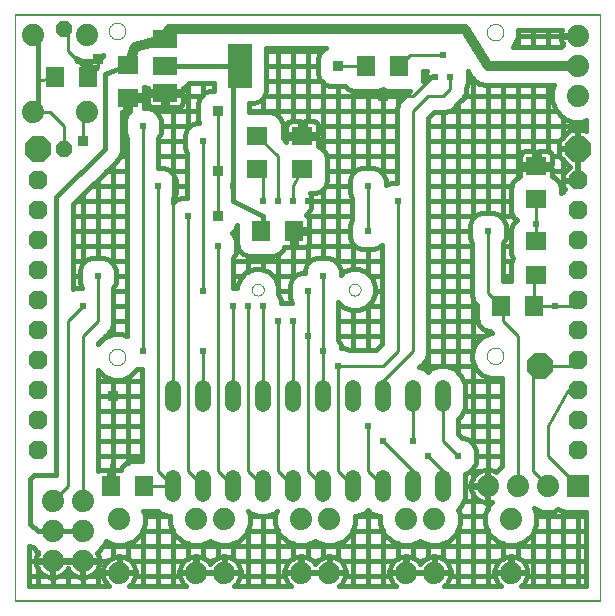
<source format=gbl>
G75*
G70*
%OFA0B0*%
%FSLAX24Y24*%
%IPPOS*%
%LPD*%
%AMOC8*
5,1,8,0,0,1.08239X$1,22.5*
%
%ADD10C,0.0000*%
%ADD11R,0.0709X0.0630*%
%ADD12OC8,0.0630*%
%ADD13R,0.0710X0.0630*%
%ADD14OC8,0.0850*%
%ADD15C,0.0520*%
%ADD16C,0.0740*%
%ADD17R,0.0630X0.0710*%
%ADD18R,0.0630X0.0709*%
%ADD19R,0.0740X0.0740*%
%ADD20OC8,0.0520*%
%ADD21R,0.0790X0.0590*%
%ADD22R,0.0790X0.1500*%
%ADD23R,0.0236X0.0217*%
%ADD24R,0.0240X0.0240*%
%ADD25C,0.0100*%
%ADD26C,0.0160*%
%ADD27R,0.0317X0.0317*%
%ADD28R,0.0356X0.0356*%
%ADD29C,0.0320*%
D10*
X000736Y000100D02*
X000736Y019663D01*
X020252Y019663D01*
X020250Y019628D02*
X020250Y000128D01*
X000750Y000128D01*
X000750Y019628D01*
X020250Y019628D01*
X016477Y019071D02*
X016479Y019104D01*
X016485Y019136D01*
X016494Y019167D01*
X016507Y019197D01*
X016524Y019225D01*
X016544Y019251D01*
X016567Y019275D01*
X016592Y019295D01*
X016620Y019313D01*
X016649Y019327D01*
X016680Y019337D01*
X016712Y019344D01*
X016745Y019347D01*
X016778Y019346D01*
X016810Y019341D01*
X016841Y019332D01*
X016872Y019320D01*
X016900Y019304D01*
X016927Y019285D01*
X016951Y019263D01*
X016972Y019238D01*
X016991Y019211D01*
X017006Y019182D01*
X017017Y019152D01*
X017025Y019120D01*
X017029Y019087D01*
X017029Y019055D01*
X017025Y019022D01*
X017017Y018990D01*
X017006Y018960D01*
X016991Y018931D01*
X016972Y018904D01*
X016951Y018879D01*
X016927Y018857D01*
X016900Y018838D01*
X016872Y018822D01*
X016841Y018810D01*
X016810Y018801D01*
X016778Y018796D01*
X016745Y018795D01*
X016712Y018798D01*
X016680Y018805D01*
X016649Y018815D01*
X016620Y018829D01*
X016592Y018847D01*
X016567Y018867D01*
X016544Y018891D01*
X016524Y018917D01*
X016507Y018945D01*
X016494Y018975D01*
X016485Y019006D01*
X016479Y019038D01*
X016477Y019071D01*
X011871Y010489D02*
X011873Y010516D01*
X011879Y010543D01*
X011888Y010569D01*
X011901Y010593D01*
X011917Y010616D01*
X011936Y010635D01*
X011958Y010652D01*
X011982Y010666D01*
X012007Y010676D01*
X012034Y010683D01*
X012061Y010686D01*
X012089Y010685D01*
X012116Y010680D01*
X012142Y010672D01*
X012166Y010660D01*
X012189Y010644D01*
X012210Y010626D01*
X012227Y010605D01*
X012242Y010581D01*
X012253Y010556D01*
X012261Y010530D01*
X012265Y010503D01*
X012265Y010475D01*
X012261Y010448D01*
X012253Y010422D01*
X012242Y010397D01*
X012227Y010373D01*
X012210Y010352D01*
X012189Y010334D01*
X012167Y010318D01*
X012142Y010306D01*
X012116Y010298D01*
X012089Y010293D01*
X012061Y010292D01*
X012034Y010295D01*
X012007Y010302D01*
X011982Y010312D01*
X011958Y010326D01*
X011936Y010343D01*
X011917Y010362D01*
X011901Y010385D01*
X011888Y010409D01*
X011879Y010435D01*
X011873Y010462D01*
X011871Y010489D01*
X008643Y010489D02*
X008645Y010516D01*
X008651Y010543D01*
X008660Y010569D01*
X008673Y010593D01*
X008689Y010616D01*
X008708Y010635D01*
X008730Y010652D01*
X008754Y010666D01*
X008779Y010676D01*
X008806Y010683D01*
X008833Y010686D01*
X008861Y010685D01*
X008888Y010680D01*
X008914Y010672D01*
X008938Y010660D01*
X008961Y010644D01*
X008982Y010626D01*
X008999Y010605D01*
X009014Y010581D01*
X009025Y010556D01*
X009033Y010530D01*
X009037Y010503D01*
X009037Y010475D01*
X009033Y010448D01*
X009025Y010422D01*
X009014Y010397D01*
X008999Y010373D01*
X008982Y010352D01*
X008961Y010334D01*
X008939Y010318D01*
X008914Y010306D01*
X008888Y010298D01*
X008861Y010293D01*
X008833Y010292D01*
X008806Y010295D01*
X008779Y010302D01*
X008754Y010312D01*
X008730Y010326D01*
X008708Y010343D01*
X008689Y010362D01*
X008673Y010385D01*
X008660Y010409D01*
X008651Y010435D01*
X008645Y010462D01*
X008643Y010489D01*
X003879Y008245D02*
X003881Y008278D01*
X003887Y008310D01*
X003896Y008341D01*
X003909Y008371D01*
X003926Y008399D01*
X003946Y008425D01*
X003969Y008449D01*
X003994Y008469D01*
X004022Y008487D01*
X004051Y008501D01*
X004082Y008511D01*
X004114Y008518D01*
X004147Y008521D01*
X004180Y008520D01*
X004212Y008515D01*
X004243Y008506D01*
X004274Y008494D01*
X004302Y008478D01*
X004329Y008459D01*
X004353Y008437D01*
X004374Y008412D01*
X004393Y008385D01*
X004408Y008356D01*
X004419Y008326D01*
X004427Y008294D01*
X004431Y008261D01*
X004431Y008229D01*
X004427Y008196D01*
X004419Y008164D01*
X004408Y008134D01*
X004393Y008105D01*
X004374Y008078D01*
X004353Y008053D01*
X004329Y008031D01*
X004302Y008012D01*
X004274Y007996D01*
X004243Y007984D01*
X004212Y007975D01*
X004180Y007970D01*
X004147Y007969D01*
X004114Y007972D01*
X004082Y007979D01*
X004051Y007989D01*
X004022Y008003D01*
X003994Y008021D01*
X003969Y008041D01*
X003946Y008065D01*
X003926Y008091D01*
X003909Y008119D01*
X003896Y008149D01*
X003887Y008180D01*
X003881Y008212D01*
X003879Y008245D01*
X000736Y000100D02*
X020252Y000100D01*
X016477Y008284D02*
X016479Y008317D01*
X016485Y008349D01*
X016494Y008380D01*
X016507Y008410D01*
X016524Y008438D01*
X016544Y008464D01*
X016567Y008488D01*
X016592Y008508D01*
X016620Y008526D01*
X016649Y008540D01*
X016680Y008550D01*
X016712Y008557D01*
X016745Y008560D01*
X016778Y008559D01*
X016810Y008554D01*
X016841Y008545D01*
X016872Y008533D01*
X016900Y008517D01*
X016927Y008498D01*
X016951Y008476D01*
X016972Y008451D01*
X016991Y008424D01*
X017006Y008395D01*
X017017Y008365D01*
X017025Y008333D01*
X017029Y008300D01*
X017029Y008268D01*
X017025Y008235D01*
X017017Y008203D01*
X017006Y008173D01*
X016991Y008144D01*
X016972Y008117D01*
X016951Y008092D01*
X016927Y008070D01*
X016900Y008051D01*
X016872Y008035D01*
X016841Y008023D01*
X016810Y008014D01*
X016778Y008009D01*
X016745Y008008D01*
X016712Y008011D01*
X016680Y008018D01*
X016649Y008028D01*
X016620Y008042D01*
X016592Y008060D01*
X016567Y008080D01*
X016544Y008104D01*
X016524Y008130D01*
X016507Y008158D01*
X016494Y008188D01*
X016485Y008219D01*
X016479Y008251D01*
X016477Y008284D01*
X003879Y019111D02*
X003881Y019144D01*
X003887Y019176D01*
X003896Y019207D01*
X003909Y019237D01*
X003926Y019265D01*
X003946Y019291D01*
X003969Y019315D01*
X003994Y019335D01*
X004022Y019353D01*
X004051Y019367D01*
X004082Y019377D01*
X004114Y019384D01*
X004147Y019387D01*
X004180Y019386D01*
X004212Y019381D01*
X004243Y019372D01*
X004274Y019360D01*
X004302Y019344D01*
X004329Y019325D01*
X004353Y019303D01*
X004374Y019278D01*
X004393Y019251D01*
X004408Y019222D01*
X004419Y019192D01*
X004427Y019160D01*
X004431Y019127D01*
X004431Y019095D01*
X004427Y019062D01*
X004419Y019030D01*
X004408Y019000D01*
X004393Y018971D01*
X004374Y018944D01*
X004353Y018919D01*
X004329Y018897D01*
X004302Y018878D01*
X004274Y018862D01*
X004243Y018850D01*
X004212Y018841D01*
X004180Y018836D01*
X004147Y018835D01*
X004114Y018838D01*
X004082Y018845D01*
X004051Y018855D01*
X004022Y018869D01*
X003994Y018887D01*
X003969Y018907D01*
X003946Y018931D01*
X003926Y018957D01*
X003909Y018985D01*
X003896Y019015D01*
X003887Y019046D01*
X003881Y019078D01*
X003879Y019111D01*
D11*
X004500Y017994D03*
X004500Y016891D03*
X008831Y015616D03*
X008831Y014513D03*
X010329Y014506D03*
X010329Y015608D03*
X018121Y014604D03*
X018121Y013502D03*
D12*
X019500Y013128D03*
X019500Y014128D03*
X019500Y012128D03*
X019500Y011128D03*
X019500Y010128D03*
X019500Y009128D03*
X019500Y008128D03*
X019500Y007128D03*
X019500Y006128D03*
X019500Y005128D03*
X001500Y005128D03*
X001500Y006128D03*
X001500Y007128D03*
X001500Y008128D03*
X001500Y009128D03*
X001500Y010128D03*
X001500Y011128D03*
X001500Y012128D03*
X001500Y013128D03*
X001500Y014128D03*
D13*
X018112Y012101D03*
X018112Y010981D03*
D14*
X018250Y007943D03*
X019500Y015193D03*
X001500Y015193D03*
D15*
X005998Y007203D02*
X005998Y006683D01*
X006998Y006683D02*
X006998Y007203D01*
X007998Y007203D02*
X007998Y006683D01*
X008998Y006683D02*
X008998Y007203D01*
X009998Y007203D02*
X009998Y006683D01*
X010998Y006683D02*
X010998Y007203D01*
X011998Y007203D02*
X011998Y006683D01*
X012998Y006683D02*
X012998Y007203D01*
X013998Y007203D02*
X013998Y006683D01*
X014998Y006683D02*
X014998Y007203D01*
X014998Y004203D02*
X014998Y003683D01*
X013998Y003683D02*
X013998Y004203D01*
X012998Y004203D02*
X012998Y003683D01*
X011998Y003683D02*
X011998Y004203D01*
X010998Y004203D02*
X010998Y003683D01*
X009998Y003683D02*
X009998Y004203D01*
X008998Y004203D02*
X008998Y003683D01*
X007998Y003683D02*
X007998Y004203D01*
X006998Y004203D02*
X006998Y003683D01*
X005998Y003683D02*
X005998Y004203D01*
D16*
X006780Y002833D03*
X007720Y002833D03*
X007720Y001053D03*
X006780Y001053D03*
X004220Y001053D03*
X003000Y001443D03*
X003000Y002443D03*
X003000Y003443D03*
X002000Y003443D03*
X002000Y002443D03*
X002000Y001443D03*
X004220Y002833D03*
X010280Y002833D03*
X011220Y002833D03*
X011220Y001053D03*
X010280Y001053D03*
X013780Y001053D03*
X014720Y001053D03*
X014720Y002833D03*
X013780Y002833D03*
X016500Y003943D03*
X017500Y003943D03*
X018500Y003943D03*
X017280Y002833D03*
X017280Y001053D03*
X003140Y016413D03*
X001360Y016413D03*
X001360Y018973D03*
X003140Y018973D03*
X019500Y018943D03*
X019500Y017943D03*
X019500Y016943D03*
D17*
X013560Y017943D03*
X012440Y017943D03*
X016940Y009943D03*
X018060Y009943D03*
X003185Y017568D03*
X002065Y017568D03*
D18*
X008949Y012443D03*
X010051Y012443D03*
X005051Y003943D03*
X003949Y003943D03*
D19*
X019500Y003943D03*
D20*
X002375Y015193D03*
X002375Y019193D03*
D21*
X005760Y018853D03*
X005760Y017953D03*
X005760Y017053D03*
D22*
X008240Y017943D03*
D23*
X014744Y017578D03*
X015256Y017578D03*
X015000Y018307D03*
D24*
X011000Y016443D03*
X012500Y013943D03*
X013500Y013443D03*
X012500Y012443D03*
X011000Y010943D03*
X010500Y010443D03*
X010000Y009443D03*
X009500Y009443D03*
X009000Y009943D03*
X008500Y009943D03*
X008000Y009943D03*
X007000Y010443D03*
X007500Y011943D03*
X006500Y012943D03*
X005500Y013943D03*
X007000Y015443D03*
X006000Y016443D03*
X005000Y015943D03*
X008000Y013943D03*
X009000Y013443D03*
X009500Y013443D03*
X010000Y013443D03*
X010500Y013443D03*
X010500Y008943D03*
X011000Y008443D03*
X011500Y007943D03*
X012500Y005943D03*
X013000Y005443D03*
X014000Y005443D03*
X014500Y004943D03*
X015500Y004943D03*
X018750Y009943D03*
X016500Y012443D03*
X018112Y012693D03*
X007000Y008443D03*
X005000Y008443D03*
X003000Y009943D03*
X003500Y010943D03*
D25*
X003500Y009443D01*
X003000Y008943D01*
X003000Y003443D01*
X002500Y003943D02*
X002500Y009443D01*
X003000Y009943D01*
X005000Y008443D02*
X005000Y015943D01*
X005998Y016441D02*
X006000Y016443D01*
X005998Y016441D02*
X005998Y006943D01*
X006998Y006943D02*
X006998Y008441D01*
X007000Y008443D01*
X007998Y009941D02*
X007998Y006943D01*
X008998Y006943D02*
X008998Y009941D01*
X009000Y009943D01*
X009500Y009443D02*
X009500Y004443D01*
X009998Y003944D01*
X009998Y003943D01*
X010500Y004443D02*
X010500Y008943D01*
X010500Y010443D01*
X011000Y010943D02*
X011000Y008443D01*
X011000Y006944D01*
X010998Y006943D01*
X009998Y006943D02*
X009998Y009441D01*
X010000Y009443D01*
X011500Y007943D02*
X013000Y007943D01*
X013500Y008443D01*
X013500Y013443D01*
X012500Y013943D02*
X012500Y012443D01*
X010000Y013943D02*
X010329Y014506D01*
X010000Y013943D02*
X010000Y013443D01*
X009500Y013443D02*
X009500Y014943D01*
X008831Y015616D01*
X008831Y014513D02*
X009000Y014443D01*
X009000Y013443D01*
X007500Y012943D02*
X007500Y014443D01*
X007500Y016443D01*
X007000Y015443D02*
X007000Y010443D01*
X007998Y009941D02*
X008000Y009943D01*
X008500Y009943D02*
X008500Y004443D01*
X008998Y003944D01*
X008998Y003943D01*
X007998Y003944D02*
X007500Y004443D01*
X007500Y011943D01*
X006500Y012943D02*
X006500Y004443D01*
X006998Y003944D01*
X006998Y003943D01*
X006000Y003943D02*
X005998Y003943D01*
X005051Y003943D01*
X005500Y004443D02*
X005500Y013943D01*
X003000Y015443D02*
X003000Y016273D01*
X003140Y016413D01*
X002375Y015943D02*
X001905Y016413D01*
X001360Y016413D01*
X001500Y017443D02*
X002065Y017568D01*
X002500Y018443D02*
X003000Y017943D01*
X003500Y017943D01*
X003500Y018193D01*
X003500Y017943D02*
X003500Y017883D01*
X003185Y017568D01*
X002500Y018443D02*
X002500Y019068D01*
X002375Y019193D01*
X005500Y017943D02*
X005760Y017953D01*
X006000Y017943D01*
X002375Y015943D02*
X002375Y015193D01*
X004000Y006943D02*
X003949Y003943D01*
X002500Y003943D02*
X002000Y003443D01*
X005500Y004443D02*
X005998Y003944D01*
X005998Y003943D01*
X007998Y003943D02*
X007998Y003944D01*
X010500Y004443D02*
X010998Y003944D01*
X010998Y003943D01*
X011500Y004443D02*
X011500Y007943D01*
X012998Y007441D02*
X012998Y006943D01*
X012998Y007441D02*
X014000Y008443D01*
X014000Y016443D01*
X014500Y016943D01*
X015000Y016943D01*
X015250Y017193D01*
X015250Y017443D01*
X015256Y017448D01*
X015256Y017578D01*
X015250Y017568D02*
X015250Y017443D01*
X014744Y017578D02*
X014636Y017578D01*
X014000Y016943D01*
X013000Y016943D01*
X012440Y017943D02*
X011500Y017943D01*
X013560Y017943D02*
X013924Y018307D01*
X015000Y018307D01*
X018121Y013502D02*
X018112Y013493D01*
X018112Y012693D01*
X018112Y012101D01*
X018112Y010981D02*
X018060Y010929D01*
X018060Y009943D01*
X018750Y009943D01*
X019315Y009943D01*
X019500Y010128D01*
X019500Y008128D02*
X019500Y007943D01*
X018250Y007943D01*
X018000Y007693D01*
X018000Y004443D01*
X018500Y003943D01*
X018500Y004943D02*
X018500Y005943D01*
X019185Y007128D01*
X019500Y007128D01*
X017500Y008943D02*
X017500Y003943D01*
X018500Y004943D02*
X019500Y003943D01*
X015500Y004943D02*
X015000Y005443D01*
X015000Y006943D01*
X014998Y006943D01*
X014000Y006941D02*
X013998Y006943D01*
X014000Y006941D02*
X014000Y005443D01*
X014500Y004943D02*
X014998Y004444D01*
X014998Y003943D01*
X013998Y003943D02*
X013998Y004444D01*
X013000Y005443D01*
X012500Y005943D02*
X012500Y004443D01*
X012998Y003944D01*
X012998Y003943D01*
X011998Y003944D02*
X011500Y004443D01*
X011998Y003944D02*
X011998Y003943D01*
X017000Y009443D02*
X017000Y009883D01*
X016940Y009943D01*
X016500Y010383D01*
X016500Y012443D01*
X017000Y009443D02*
X017500Y008943D01*
D26*
X016653Y009040D02*
X016603Y009040D01*
X016325Y008925D01*
X016112Y008712D01*
X015997Y008434D01*
X015997Y008134D01*
X016112Y007856D01*
X016325Y007643D01*
X016603Y007528D01*
X016903Y007528D01*
X016970Y007556D01*
X016970Y004615D01*
X016779Y004424D01*
X016777Y004419D01*
X016711Y004452D01*
X016629Y004479D01*
X016543Y004493D01*
X016520Y004493D01*
X016520Y003963D01*
X016480Y003963D01*
X016480Y004493D01*
X016457Y004493D01*
X016371Y004479D01*
X016289Y004452D01*
X016212Y004413D01*
X016142Y004362D01*
X016080Y004301D01*
X016030Y004231D01*
X015990Y004154D01*
X015964Y004071D01*
X015950Y003986D01*
X015950Y003963D01*
X016480Y003963D01*
X016480Y003923D01*
X015950Y003923D01*
X015950Y003899D01*
X015964Y003814D01*
X015990Y003731D01*
X016030Y003654D01*
X016080Y003584D01*
X016142Y003523D01*
X016212Y003472D01*
X016289Y003433D01*
X016371Y003406D01*
X016457Y003393D01*
X016480Y003393D01*
X016480Y003923D01*
X016520Y003923D01*
X016520Y003393D01*
X016543Y003393D01*
X016629Y003406D01*
X016662Y003417D01*
X016559Y003314D01*
X016430Y003002D01*
X016430Y002663D01*
X016559Y002351D01*
X016799Y002112D01*
X017111Y001983D01*
X017449Y001983D01*
X017761Y002112D01*
X018001Y002351D01*
X018130Y002663D01*
X018130Y003002D01*
X018043Y003212D01*
X018331Y003093D01*
X018669Y003093D01*
X018854Y003169D01*
X018858Y003166D01*
X019035Y003093D01*
X019770Y003093D01*
X019770Y000608D01*
X017603Y000608D01*
X017638Y000633D01*
X017700Y000694D01*
X017750Y000764D01*
X017790Y000841D01*
X017816Y000924D01*
X017830Y001009D01*
X017830Y001033D01*
X017300Y001033D01*
X017300Y001073D01*
X017260Y001073D01*
X017260Y001603D01*
X017237Y001603D01*
X017151Y001589D01*
X017069Y001562D01*
X016992Y001523D01*
X016922Y001472D01*
X016860Y001411D01*
X016810Y001341D01*
X016770Y001264D01*
X016744Y001181D01*
X016730Y001096D01*
X016730Y001073D01*
X017260Y001073D01*
X017260Y001033D01*
X016730Y001033D01*
X016730Y001009D01*
X016744Y000924D01*
X016770Y000841D01*
X016810Y000764D01*
X016860Y000694D01*
X016922Y000633D01*
X016957Y000608D01*
X015043Y000608D01*
X015078Y000633D01*
X015140Y000694D01*
X015190Y000764D01*
X015230Y000841D01*
X015256Y000924D01*
X015270Y001009D01*
X015270Y001033D01*
X014740Y001033D01*
X014740Y001073D01*
X014700Y001073D01*
X014700Y001603D01*
X014677Y001603D01*
X014591Y001589D01*
X014509Y001562D01*
X014432Y001523D01*
X014362Y001472D01*
X014300Y001411D01*
X014250Y001341D01*
X014200Y001411D01*
X014138Y001472D01*
X014068Y001523D01*
X013991Y001562D01*
X013909Y001589D01*
X013823Y001603D01*
X013800Y001603D01*
X013800Y001073D01*
X013760Y001073D01*
X013760Y001603D01*
X013737Y001603D01*
X013651Y001589D01*
X013569Y001562D01*
X013492Y001523D01*
X013422Y001472D01*
X013360Y001411D01*
X013310Y001341D01*
X013270Y001264D01*
X013244Y001181D01*
X013230Y001096D01*
X013230Y001073D01*
X013760Y001073D01*
X013760Y001033D01*
X013230Y001033D01*
X013230Y001009D01*
X013244Y000924D01*
X013270Y000841D01*
X013310Y000764D01*
X013360Y000694D01*
X013422Y000633D01*
X013457Y000608D01*
X011543Y000608D01*
X011578Y000633D01*
X011640Y000694D01*
X011690Y000764D01*
X011730Y000841D01*
X011756Y000924D01*
X011770Y001009D01*
X011770Y001033D01*
X011240Y001033D01*
X011240Y001073D01*
X011200Y001073D01*
X011200Y001603D01*
X011177Y001603D01*
X011091Y001589D01*
X011009Y001562D01*
X010932Y001523D01*
X010862Y001472D01*
X010800Y001411D01*
X010750Y001341D01*
X010700Y001411D01*
X010638Y001472D01*
X010568Y001523D01*
X010491Y001562D01*
X010409Y001589D01*
X010323Y001603D01*
X010300Y001603D01*
X010300Y001073D01*
X010260Y001073D01*
X010260Y001603D01*
X010237Y001603D01*
X010151Y001589D01*
X010069Y001562D01*
X009992Y001523D01*
X009922Y001472D01*
X009860Y001411D01*
X009810Y001341D01*
X009770Y001264D01*
X009744Y001181D01*
X009730Y001096D01*
X009730Y001073D01*
X010260Y001073D01*
X010260Y001033D01*
X009730Y001033D01*
X009730Y001009D01*
X009744Y000924D01*
X009770Y000841D01*
X009810Y000764D01*
X009860Y000694D01*
X009922Y000633D01*
X009957Y000608D01*
X008043Y000608D01*
X008078Y000633D01*
X008140Y000694D01*
X008190Y000764D01*
X008230Y000841D01*
X008256Y000924D01*
X008270Y001009D01*
X008270Y001033D01*
X007740Y001033D01*
X007740Y001073D01*
X007700Y001073D01*
X007700Y001603D01*
X007677Y001603D01*
X007591Y001589D01*
X007509Y001562D01*
X007432Y001523D01*
X007362Y001472D01*
X007300Y001411D01*
X007250Y001341D01*
X007200Y001411D01*
X007138Y001472D01*
X007068Y001523D01*
X006991Y001562D01*
X006909Y001589D01*
X006823Y001603D01*
X006800Y001603D01*
X006800Y001073D01*
X006760Y001073D01*
X006760Y001603D01*
X006737Y001603D01*
X006651Y001589D01*
X006569Y001562D01*
X006492Y001523D01*
X006422Y001472D01*
X006360Y001411D01*
X006310Y001341D01*
X006270Y001264D01*
X006244Y001181D01*
X006230Y001096D01*
X006230Y001073D01*
X006760Y001073D01*
X006760Y001033D01*
X006230Y001033D01*
X006230Y001009D01*
X006244Y000924D01*
X006270Y000841D01*
X006310Y000764D01*
X006360Y000694D01*
X006422Y000633D01*
X006457Y000608D01*
X004543Y000608D01*
X004578Y000633D01*
X004640Y000694D01*
X004690Y000764D01*
X004730Y000841D01*
X004756Y000924D01*
X004770Y001009D01*
X004770Y001033D01*
X004240Y001033D01*
X004240Y001073D01*
X004200Y001073D01*
X004200Y001603D01*
X004177Y001603D01*
X004091Y001589D01*
X004009Y001562D01*
X003932Y001523D01*
X003862Y001472D01*
X003800Y001411D01*
X003750Y001341D01*
X003710Y001264D01*
X003684Y001181D01*
X003670Y001096D01*
X003670Y001073D01*
X004200Y001073D01*
X004200Y001033D01*
X003670Y001033D01*
X003670Y001009D01*
X003684Y000924D01*
X003710Y000841D01*
X003750Y000764D01*
X003800Y000694D01*
X003862Y000633D01*
X003897Y000608D01*
X001230Y000608D01*
X001230Y001948D01*
X001336Y001904D01*
X001519Y001722D01*
X001524Y001720D01*
X001490Y001654D01*
X001464Y001571D01*
X001450Y001486D01*
X001450Y001463D01*
X001980Y001463D01*
X001980Y001423D01*
X001450Y001423D01*
X001450Y001399D01*
X001464Y001314D01*
X001490Y001231D01*
X001530Y001154D01*
X001580Y001084D01*
X001642Y001023D01*
X001712Y000972D01*
X001789Y000933D01*
X001871Y000906D01*
X001957Y000893D01*
X001980Y000893D01*
X001980Y001423D01*
X002020Y001423D01*
X002020Y001463D01*
X002450Y001463D01*
X002980Y001463D01*
X002980Y001423D01*
X002020Y001423D01*
X002020Y000893D01*
X002043Y000893D01*
X002129Y000906D01*
X002211Y000933D01*
X002288Y000972D01*
X002358Y001023D01*
X002420Y001084D01*
X002470Y001154D01*
X002500Y001212D01*
X002500Y000608D01*
X002712Y000972D02*
X002789Y000933D01*
X002871Y000906D01*
X002957Y000893D01*
X002980Y000893D01*
X002980Y001423D01*
X003020Y001423D01*
X003020Y001463D01*
X003550Y001463D01*
X003550Y001486D01*
X003536Y001571D01*
X003510Y001654D01*
X003476Y001720D01*
X003481Y001722D01*
X003721Y001961D01*
X003777Y002096D01*
X004051Y001983D01*
X004389Y001983D01*
X004701Y002112D01*
X004941Y002351D01*
X005070Y002663D01*
X005070Y003002D01*
X005026Y003108D01*
X005462Y003108D01*
X005507Y003127D01*
X005579Y003055D01*
X005851Y002943D01*
X005070Y002943D01*
X005000Y002494D02*
X005000Y000608D01*
X004759Y000943D02*
X006241Y000943D01*
X006500Y001033D02*
X006500Y001073D01*
X006800Y001073D02*
X007700Y001073D01*
X007700Y001033D01*
X007170Y001033D01*
X006800Y001033D01*
X006800Y001073D01*
X007000Y001073D02*
X007000Y001033D01*
X007168Y001443D02*
X007332Y001443D01*
X007500Y001558D02*
X007500Y002004D01*
X007551Y001983D02*
X007250Y002107D01*
X006949Y001983D01*
X006611Y001983D01*
X006299Y002112D01*
X006059Y002351D01*
X005930Y002663D01*
X005930Y002943D01*
X005851Y002943D01*
X005500Y003124D02*
X005500Y000608D01*
X006000Y000608D02*
X006000Y002494D01*
X006022Y002443D02*
X004978Y002443D01*
X004500Y002028D02*
X004500Y001527D01*
X004508Y001523D02*
X004431Y001562D01*
X004349Y001589D01*
X004263Y001603D01*
X004240Y001603D01*
X004240Y001073D01*
X004770Y001073D01*
X004770Y001096D01*
X004756Y001181D01*
X004730Y001264D01*
X004690Y001341D01*
X004640Y001411D01*
X004578Y001472D01*
X004508Y001523D01*
X004608Y001443D02*
X006392Y001443D01*
X006500Y001527D02*
X006500Y002028D01*
X006760Y001443D02*
X006800Y001443D01*
X007000Y001558D02*
X007000Y002004D01*
X007551Y001983D02*
X007889Y001983D01*
X008201Y002112D01*
X008441Y002351D01*
X008570Y002663D01*
X008570Y003002D01*
X008526Y003108D01*
X008579Y003055D01*
X008851Y002943D01*
X008570Y002943D01*
X008851Y002943D02*
X009145Y002943D01*
X009430Y002943D01*
X009430Y003002D02*
X009430Y002663D01*
X009559Y002351D01*
X009799Y002112D01*
X010111Y001983D01*
X010449Y001983D01*
X010750Y002107D01*
X011051Y001983D01*
X011389Y001983D01*
X011701Y002112D01*
X011941Y002351D01*
X012070Y002663D01*
X012070Y002943D01*
X012145Y002943D01*
X012851Y002943D01*
X012930Y002943D01*
X012930Y002663D01*
X013059Y002351D01*
X013299Y002112D01*
X013611Y001983D01*
X013949Y001983D01*
X014250Y002107D01*
X014551Y001983D01*
X014889Y001983D01*
X015201Y002112D01*
X015441Y002351D01*
X015570Y002663D01*
X015570Y003002D01*
X015510Y003148D01*
X015625Y003263D01*
X015738Y003535D01*
X015738Y004350D01*
X015737Y004352D01*
X015892Y004416D01*
X016027Y004551D01*
X016100Y004727D01*
X016100Y005158D01*
X016027Y005334D01*
X015892Y005469D01*
X015715Y005543D01*
X015650Y005543D01*
X015530Y005662D01*
X015530Y006168D01*
X015625Y006263D01*
X015738Y006535D01*
X015738Y007350D01*
X015625Y007622D01*
X015417Y007830D01*
X015145Y007943D01*
X014851Y007943D01*
X014579Y007830D01*
X014498Y007749D01*
X014417Y007830D01*
X014219Y007912D01*
X014300Y007993D01*
X014449Y008142D01*
X014530Y008337D01*
X014530Y016223D01*
X014720Y016413D01*
X015105Y016413D01*
X015300Y016493D01*
X015550Y016743D01*
X015699Y016892D01*
X015780Y017087D01*
X015780Y017197D01*
X015781Y017198D01*
X015854Y017375D01*
X015854Y017775D01*
X015927Y017654D01*
X015957Y017580D01*
X015992Y017546D01*
X016017Y017504D01*
X016081Y017456D01*
X016137Y017400D01*
X016182Y017381D01*
X016221Y017353D01*
X016299Y017333D01*
X016373Y017303D01*
X016421Y017303D01*
X016468Y017291D01*
X016547Y017303D01*
X018729Y017303D01*
X018650Y017112D01*
X018650Y016773D01*
X018779Y016461D01*
X019019Y016222D01*
X019331Y016093D01*
X019669Y016093D01*
X019770Y016134D01*
X019770Y015778D01*
X019751Y015798D01*
X019520Y015798D01*
X019520Y015213D01*
X019480Y015213D01*
X019480Y015798D01*
X019249Y015798D01*
X018895Y015443D01*
X018895Y015213D01*
X019480Y015213D01*
X019480Y015173D01*
X018895Y015173D01*
X018895Y014942D01*
X019249Y014588D01*
X019260Y014588D01*
X019005Y014333D01*
X019005Y014138D01*
X019490Y014138D01*
X019490Y014623D01*
X019480Y014623D01*
X019480Y015173D01*
X019520Y015173D01*
X019520Y014623D01*
X019510Y014623D01*
X019510Y014138D01*
X019490Y014138D01*
X019490Y014118D01*
X019005Y014118D01*
X019005Y013923D01*
X019088Y013840D01*
X018955Y013707D01*
X018955Y013912D01*
X018882Y014088D01*
X018747Y014223D01*
X018654Y014262D01*
X018655Y014265D01*
X018655Y014526D01*
X018199Y014526D01*
X018199Y014681D01*
X018655Y014681D01*
X018655Y014943D01*
X018643Y014988D01*
X018619Y015029D01*
X018586Y015063D01*
X018545Y015087D01*
X018499Y015099D01*
X018199Y015099D01*
X018199Y014681D01*
X018044Y014681D01*
X018044Y014526D01*
X017587Y014526D01*
X017587Y014265D01*
X017588Y014262D01*
X017495Y014223D01*
X017360Y014088D01*
X017287Y013912D01*
X017287Y013091D01*
X017360Y012915D01*
X017469Y012806D01*
X017350Y012688D01*
X017277Y012511D01*
X017277Y011690D01*
X017339Y011541D01*
X017277Y011392D01*
X017277Y010777D01*
X017030Y010777D01*
X017030Y012058D01*
X017100Y012227D01*
X017100Y012658D01*
X017027Y012834D01*
X016892Y012969D01*
X016715Y013043D01*
X016285Y013043D01*
X016108Y012969D01*
X015973Y012834D01*
X015900Y012658D01*
X015900Y012227D01*
X015970Y012058D01*
X015970Y010277D01*
X016051Y010082D01*
X016145Y009988D01*
X016145Y009492D01*
X016218Y009316D01*
X016353Y009181D01*
X016530Y009108D01*
X016585Y009108D01*
X016653Y009040D01*
X016500Y008997D02*
X016500Y009120D01*
X016368Y008943D02*
X014530Y008943D01*
X014530Y008443D02*
X016001Y008443D01*
X016000Y008441D02*
X016000Y010205D01*
X015970Y010443D02*
X014530Y010443D01*
X014530Y010943D02*
X015970Y010943D01*
X015970Y011443D02*
X014530Y011443D01*
X014530Y011943D02*
X015970Y011943D01*
X015900Y012443D02*
X014530Y012443D01*
X014530Y012943D02*
X016081Y012943D01*
X016000Y012861D02*
X016000Y017532D01*
X016095Y017443D02*
X015854Y017443D01*
X015720Y016943D02*
X018650Y016943D01*
X018500Y017303D02*
X018500Y015099D01*
X018655Y014943D02*
X018895Y014943D01*
X019000Y014837D02*
X019000Y013752D01*
X019005Y013943D02*
X018943Y013943D01*
X019115Y014443D02*
X018655Y014443D01*
X018500Y014526D02*
X018500Y014681D01*
X018199Y014943D02*
X018044Y014943D01*
X018044Y015099D02*
X017743Y015099D01*
X017697Y015087D01*
X017656Y015063D01*
X017623Y015029D01*
X017599Y014988D01*
X017587Y014943D01*
X017587Y014681D01*
X018044Y014681D01*
X018044Y015099D01*
X018000Y015099D02*
X018000Y017303D01*
X017500Y017303D02*
X017500Y014226D01*
X017299Y013943D02*
X014530Y013943D01*
X014530Y013443D02*
X017287Y013443D01*
X017348Y012943D02*
X016919Y012943D01*
X017000Y012861D02*
X017000Y017303D01*
X016500Y017295D02*
X016500Y013043D01*
X017100Y012443D02*
X017277Y012443D01*
X017277Y011943D02*
X017030Y011943D01*
X017030Y011443D02*
X017298Y011443D01*
X017277Y010943D02*
X017030Y010943D01*
X016145Y009943D02*
X014530Y009943D01*
X014530Y009443D02*
X016166Y009443D01*
X016000Y008127D02*
X016000Y005361D01*
X015919Y005443D02*
X016970Y005443D01*
X016970Y004943D02*
X016100Y004943D01*
X016000Y004524D02*
X016000Y004173D01*
X016000Y003963D02*
X016000Y003923D01*
X016000Y003712D02*
X016000Y000608D01*
X015500Y000608D02*
X015500Y002494D01*
X015478Y002443D02*
X016522Y002443D01*
X016500Y002494D02*
X016500Y000608D01*
X016741Y000943D02*
X015259Y000943D01*
X015270Y001073D02*
X015270Y001096D01*
X015256Y001181D01*
X015230Y001264D01*
X015190Y001341D01*
X015140Y001411D01*
X015078Y001472D01*
X015008Y001523D01*
X014931Y001562D01*
X014849Y001589D01*
X014763Y001603D01*
X014740Y001603D01*
X014740Y001073D01*
X015270Y001073D01*
X015000Y001073D02*
X015000Y001033D01*
X014700Y001033D02*
X014170Y001033D01*
X013800Y001033D01*
X013800Y001073D01*
X014700Y001073D01*
X014700Y001033D01*
X014500Y001033D02*
X014500Y001073D01*
X014332Y001443D02*
X014168Y001443D01*
X014000Y001558D02*
X014000Y002004D01*
X013500Y002028D02*
X013500Y001527D01*
X013392Y001443D02*
X011608Y001443D01*
X011578Y001472D02*
X011508Y001523D01*
X011431Y001562D01*
X011349Y001589D01*
X011263Y001603D01*
X011240Y001603D01*
X011240Y001073D01*
X011770Y001073D01*
X011770Y001096D01*
X011756Y001181D01*
X011730Y001264D01*
X011690Y001341D01*
X011640Y001411D01*
X011578Y001472D01*
X011500Y001527D02*
X011500Y002028D01*
X011240Y001443D02*
X011200Y001443D01*
X011000Y001558D02*
X011000Y002004D01*
X010500Y002004D02*
X010500Y001558D01*
X010668Y001443D02*
X010832Y001443D01*
X011000Y001073D02*
X011000Y001033D01*
X010830Y001033D02*
X011200Y001033D01*
X011200Y001073D01*
X010300Y001073D01*
X010300Y001033D01*
X010830Y001033D01*
X010500Y001033D02*
X010500Y001073D01*
X010300Y001443D02*
X010260Y001443D01*
X010000Y001527D02*
X010000Y002028D01*
X009892Y001443D02*
X008108Y001443D01*
X008078Y001472D02*
X008008Y001523D01*
X007931Y001562D01*
X007849Y001589D01*
X007763Y001603D01*
X007740Y001603D01*
X007740Y001073D01*
X008270Y001073D01*
X008270Y001096D01*
X008256Y001181D01*
X008230Y001264D01*
X008190Y001341D01*
X008140Y001411D01*
X008078Y001472D01*
X008000Y001527D02*
X008000Y002028D01*
X007740Y001443D02*
X007700Y001443D01*
X007500Y001073D02*
X007500Y001033D01*
X008000Y001033D02*
X008000Y001073D01*
X008259Y000943D02*
X009741Y000943D01*
X010000Y001033D02*
X010000Y001073D01*
X009500Y000608D02*
X009500Y002494D01*
X009522Y002443D02*
X008478Y002443D01*
X008500Y002494D02*
X008500Y000608D01*
X009000Y000608D02*
X009000Y002943D01*
X009145Y002943D02*
X009417Y003055D01*
X009477Y003115D01*
X009430Y003002D01*
X011500Y001073D02*
X011500Y001033D01*
X011759Y000943D02*
X013241Y000943D01*
X013500Y001033D02*
X013500Y001073D01*
X013760Y001443D02*
X013800Y001443D01*
X014000Y001073D02*
X014000Y001033D01*
X014500Y001558D02*
X014500Y002004D01*
X015000Y002028D02*
X015000Y001527D01*
X015108Y001443D02*
X016892Y001443D01*
X017000Y001527D02*
X017000Y002028D01*
X017500Y002004D02*
X017500Y001558D01*
X017491Y001562D02*
X017409Y001589D01*
X017323Y001603D01*
X017300Y001603D01*
X017300Y001073D01*
X017830Y001073D01*
X017830Y001096D01*
X017816Y001181D01*
X017790Y001264D01*
X017750Y001341D01*
X017700Y001411D01*
X017638Y001472D01*
X017568Y001523D01*
X017491Y001562D01*
X017668Y001443D02*
X019770Y001443D01*
X019770Y001943D02*
X003702Y001943D01*
X003500Y001740D02*
X003500Y001673D01*
X003500Y001463D02*
X003500Y001423D01*
X003550Y001423D02*
X003020Y001423D01*
X003020Y000893D01*
X003043Y000893D01*
X003129Y000906D01*
X003211Y000933D01*
X003288Y000972D01*
X003358Y001023D01*
X003420Y001084D01*
X003470Y001154D01*
X003510Y001231D01*
X003536Y001314D01*
X003550Y001399D01*
X003550Y001423D01*
X003500Y001212D02*
X003500Y000608D01*
X003681Y000943D02*
X003230Y000943D01*
X003020Y000943D02*
X002980Y000943D01*
X002770Y000943D02*
X002230Y000943D01*
X002020Y000943D02*
X001980Y000943D01*
X001770Y000943D02*
X001230Y000943D01*
X001500Y001212D02*
X001500Y000608D01*
X002000Y000608D02*
X002000Y001423D01*
X002020Y001443D02*
X002980Y001443D01*
X003000Y001423D02*
X003000Y000608D01*
X002712Y000972D02*
X002642Y001023D01*
X002580Y001084D01*
X002530Y001154D01*
X002500Y001212D01*
X002500Y001423D02*
X002500Y001463D01*
X003020Y001443D02*
X003832Y001443D01*
X004000Y001558D02*
X004000Y002004D01*
X004200Y001443D02*
X004240Y001443D01*
X004000Y001073D02*
X004000Y001033D01*
X004500Y001033D02*
X004500Y001073D01*
X003000Y002443D02*
X002000Y002443D01*
X001500Y002443D01*
X001250Y002693D01*
X001250Y004193D01*
X001375Y004318D01*
X002125Y004318D01*
X002125Y013568D01*
X003750Y015193D01*
X003750Y017693D01*
X004500Y017994D01*
X005033Y017233D02*
X005088Y017256D01*
X005093Y017251D01*
X005185Y017213D01*
X005185Y017120D01*
X005692Y017120D01*
X005692Y016985D01*
X005185Y016985D01*
X005185Y016734D01*
X005197Y016688D01*
X005221Y016647D01*
X005254Y016613D01*
X005296Y016590D01*
X005341Y016578D01*
X005692Y016578D01*
X005692Y016985D01*
X005828Y016985D01*
X005828Y017120D01*
X006335Y017120D01*
X006335Y017213D01*
X006427Y017251D01*
X006559Y017383D01*
X007365Y017383D01*
X007365Y017101D01*
X007226Y017101D01*
X007050Y017028D01*
X006915Y016893D01*
X006842Y016716D01*
X006842Y016169D01*
X006894Y016043D01*
X006785Y016043D01*
X006608Y015969D01*
X006473Y015834D01*
X006400Y015658D01*
X006400Y015227D01*
X006470Y015058D01*
X006470Y013543D01*
X006285Y013543D01*
X006108Y013469D01*
X006030Y013391D01*
X006030Y013558D01*
X006100Y013727D01*
X006100Y014158D01*
X006027Y014334D01*
X005892Y014469D01*
X005715Y014543D01*
X005530Y014543D01*
X005530Y015558D01*
X005600Y015727D01*
X005600Y016158D01*
X005527Y016334D01*
X005392Y016469D01*
X005215Y016543D01*
X005032Y016543D01*
X005034Y016553D01*
X005034Y016814D01*
X004577Y016814D01*
X004577Y016439D01*
X004473Y016334D01*
X004400Y016158D01*
X004400Y015727D01*
X004470Y015558D01*
X004470Y008932D01*
X004305Y009000D01*
X004004Y009000D01*
X003727Y008885D01*
X003530Y008689D01*
X003530Y008723D01*
X003800Y008993D01*
X003949Y009142D01*
X004030Y009337D01*
X004030Y010558D01*
X004100Y010727D01*
X004100Y011158D01*
X004027Y011334D01*
X003892Y011469D01*
X003715Y011543D01*
X003285Y011543D01*
X003108Y011469D01*
X002973Y011334D01*
X002900Y011158D01*
X002900Y010727D01*
X002970Y010558D01*
X002970Y010543D01*
X002785Y010543D01*
X002685Y010501D01*
X002685Y013336D01*
X004067Y014718D01*
X004225Y014875D01*
X004310Y015081D01*
X004310Y016396D01*
X004423Y016396D01*
X004423Y016814D01*
X004577Y016814D01*
X004577Y016969D01*
X005034Y016969D01*
X005034Y017230D01*
X005033Y017233D01*
X005000Y016969D02*
X005000Y016814D01*
X005185Y016943D02*
X004577Y016943D01*
X004500Y016814D02*
X004500Y016361D01*
X004423Y016443D02*
X004577Y016443D01*
X004400Y015943D02*
X004310Y015943D01*
X004310Y015443D02*
X004470Y015443D01*
X004470Y014943D02*
X004253Y014943D01*
X004000Y014651D02*
X004000Y011361D01*
X003919Y011443D02*
X004470Y011443D01*
X004470Y011943D02*
X002685Y011943D01*
X002685Y011443D02*
X003081Y011443D01*
X003000Y011361D02*
X003000Y013651D01*
X002792Y013443D02*
X004470Y013443D01*
X004470Y013943D02*
X003292Y013943D01*
X003500Y014151D02*
X003500Y011543D01*
X004100Y010943D02*
X004470Y010943D01*
X004470Y010443D02*
X004030Y010443D01*
X004030Y009943D02*
X004470Y009943D01*
X004470Y009443D02*
X004030Y009443D01*
X004000Y009265D02*
X004000Y008999D01*
X003865Y008943D02*
X003750Y008943D01*
X004444Y008943D02*
X004470Y008943D01*
X004806Y007843D02*
X004970Y007843D01*
X004970Y004777D01*
X004641Y004777D01*
X004464Y004704D01*
X004329Y004569D01*
X004291Y004476D01*
X004287Y004477D01*
X004026Y004477D01*
X004026Y004020D01*
X003871Y004020D01*
X003871Y004477D01*
X003610Y004477D01*
X003564Y004465D01*
X003530Y004445D01*
X003530Y007801D01*
X003727Y007604D01*
X004004Y007489D01*
X004305Y007489D01*
X004583Y007604D01*
X004795Y007817D01*
X004806Y007843D01*
X004500Y007570D02*
X004500Y004719D01*
X004970Y004943D02*
X003530Y004943D01*
X003530Y005443D02*
X004970Y005443D01*
X004970Y005943D02*
X003530Y005943D01*
X003530Y006443D02*
X004970Y006443D01*
X004970Y006943D02*
X003530Y006943D01*
X003530Y007443D02*
X004970Y007443D01*
X004000Y007491D02*
X004000Y004020D01*
X004026Y004443D02*
X003871Y004443D01*
X001244Y001943D02*
X001230Y001943D01*
X001500Y001740D02*
X001500Y001673D01*
X001500Y001463D02*
X001500Y001423D01*
X001230Y001443D02*
X001980Y001443D01*
X009600Y010043D02*
X009600Y010158D01*
X009527Y010334D01*
X009514Y010348D01*
X009516Y010354D01*
X009516Y010623D01*
X009413Y010872D01*
X009223Y011063D01*
X008974Y011166D01*
X008705Y011166D01*
X008456Y011063D01*
X008266Y010872D01*
X008163Y010623D01*
X008163Y010543D01*
X008030Y010543D01*
X008030Y011558D01*
X008100Y011727D01*
X008100Y012158D01*
X008027Y012334D01*
X007977Y012384D01*
X008085Y012493D01*
X008154Y012659D01*
X008154Y011993D01*
X008227Y011816D01*
X008362Y011681D01*
X008538Y011608D01*
X009359Y011608D01*
X009536Y011681D01*
X009671Y011816D01*
X009709Y011909D01*
X009713Y011908D01*
X009974Y011908D01*
X009974Y012365D01*
X010129Y012365D01*
X010129Y012520D01*
X010546Y012520D01*
X010546Y012821D01*
X010534Y012866D01*
X010510Y012907D01*
X010477Y012941D01*
X010439Y012963D01*
X010527Y013051D01*
X010600Y013227D01*
X010600Y013658D01*
X010578Y013711D01*
X010779Y013711D01*
X010955Y013784D01*
X011090Y013919D01*
X011163Y014095D01*
X011163Y014916D01*
X011090Y015092D01*
X010955Y015227D01*
X010862Y015266D01*
X010863Y015269D01*
X010863Y015530D01*
X010406Y015530D01*
X010406Y015685D01*
X010863Y015685D01*
X010863Y015947D01*
X010851Y015992D01*
X010827Y016033D01*
X010794Y016067D01*
X010753Y016091D01*
X010707Y016103D01*
X010406Y016103D01*
X010406Y015685D01*
X010251Y015685D01*
X010251Y015530D01*
X009794Y015530D01*
X009794Y015398D01*
X009665Y015528D01*
X009665Y016026D01*
X009592Y016203D01*
X009457Y016338D01*
X009281Y016411D01*
X008560Y016411D01*
X008560Y016713D01*
X008730Y016713D01*
X008907Y016786D01*
X009042Y016921D01*
X009115Y017097D01*
X009115Y018553D01*
X011110Y018553D01*
X011050Y018528D01*
X010915Y018393D01*
X010842Y018216D01*
X010842Y017669D01*
X010915Y017493D01*
X011050Y017357D01*
X011226Y017284D01*
X011750Y017284D01*
X011853Y017181D01*
X012030Y017108D01*
X012851Y017108D01*
X013000Y017169D01*
X013000Y014361D01*
X013027Y014334D02*
X012892Y014469D01*
X012715Y014543D01*
X012285Y014543D01*
X012108Y014469D01*
X011973Y014334D01*
X011900Y014158D01*
X011900Y013727D01*
X011970Y013558D01*
X011970Y012827D01*
X011900Y012658D01*
X011900Y012227D01*
X011973Y012051D01*
X012108Y011916D01*
X012285Y011843D01*
X012715Y011843D01*
X012892Y011916D01*
X012970Y011994D01*
X012970Y008662D01*
X012780Y008473D01*
X011884Y008473D01*
X011715Y008543D01*
X011600Y008543D01*
X011600Y008658D01*
X011530Y008827D01*
X011530Y010069D01*
X011685Y009915D01*
X011933Y009812D01*
X012203Y009812D01*
X012451Y009915D01*
X012642Y010105D01*
X012745Y010354D01*
X012745Y010623D01*
X012642Y010872D01*
X012451Y011063D01*
X012203Y011166D01*
X011933Y011166D01*
X011685Y011063D01*
X011600Y010978D01*
X011600Y011158D01*
X011527Y011334D01*
X011392Y011469D01*
X011215Y011543D01*
X010785Y011543D01*
X010608Y011469D01*
X010473Y011334D01*
X010400Y011158D01*
X010400Y011043D01*
X010285Y011043D01*
X010108Y010969D01*
X009973Y010834D01*
X009900Y010658D01*
X009900Y010227D01*
X009970Y010058D01*
X009970Y010043D01*
X009785Y010043D01*
X009750Y010028D01*
X009715Y010043D01*
X009600Y010043D01*
X009516Y010443D02*
X009900Y010443D01*
X010000Y010861D02*
X010000Y012365D01*
X010129Y012365D02*
X010129Y011908D01*
X010390Y011908D01*
X010436Y011920D01*
X010477Y011944D01*
X010510Y011978D01*
X010534Y012019D01*
X010546Y012064D01*
X010546Y012365D01*
X010129Y012365D01*
X010129Y012443D02*
X011900Y012443D01*
X012000Y012024D02*
X012000Y011166D01*
X011500Y011361D02*
X011500Y017284D01*
X012000Y017120D02*
X012000Y014361D01*
X012081Y014443D02*
X011163Y014443D01*
X011152Y014943D02*
X013470Y014943D01*
X013470Y015443D02*
X010863Y015443D01*
X011000Y015182D02*
X011000Y017407D01*
X010965Y017443D02*
X009115Y017443D01*
X009051Y016943D02*
X013750Y016943D01*
X013916Y017108D02*
X013551Y016743D01*
X013470Y016548D01*
X013470Y014043D01*
X013285Y014043D01*
X013108Y013969D01*
X013100Y013961D01*
X013100Y014158D01*
X013027Y014334D01*
X012919Y014443D02*
X013470Y014443D01*
X012500Y014543D02*
X012500Y017108D01*
X013000Y017169D02*
X013149Y017108D01*
X013916Y017108D01*
X013500Y017108D02*
X013500Y016620D01*
X013470Y016443D02*
X008560Y016443D01*
X009000Y016411D02*
X009000Y016879D01*
X009500Y016295D02*
X009500Y018553D01*
X009115Y018443D02*
X010965Y018443D01*
X011000Y018478D02*
X011000Y018553D01*
X010500Y018553D02*
X010500Y016103D01*
X010406Y015943D02*
X010251Y015943D01*
X010251Y016103D02*
X010251Y015685D01*
X009794Y015685D01*
X009794Y015947D01*
X009807Y015992D01*
X009830Y016033D01*
X009864Y016067D01*
X009905Y016091D01*
X009951Y016103D01*
X010251Y016103D01*
X010000Y016103D02*
X010000Y018553D01*
X010842Y017943D02*
X009115Y017943D01*
X008000Y017943D02*
X006000Y017943D01*
X006500Y017324D02*
X006500Y015861D01*
X006581Y015943D02*
X005600Y015943D01*
X005500Y016361D02*
X005500Y016578D01*
X005419Y016443D02*
X006842Y016443D01*
X006323Y016688D02*
X006335Y016734D01*
X006335Y016985D01*
X005828Y016985D01*
X005828Y016578D01*
X006179Y016578D01*
X006224Y016590D01*
X006266Y016613D01*
X006299Y016647D01*
X006323Y016688D01*
X006335Y016943D02*
X006965Y016943D01*
X007000Y016978D02*
X007000Y017383D01*
X006000Y017120D02*
X006000Y016985D01*
X005828Y016943D02*
X005692Y016943D01*
X005500Y016985D02*
X005500Y017120D01*
X006000Y016578D02*
X006000Y014361D01*
X005919Y014443D02*
X006470Y014443D01*
X006470Y014943D02*
X005530Y014943D01*
X005530Y015443D02*
X006400Y015443D01*
X006470Y013943D02*
X006100Y013943D01*
X006081Y013443D02*
X006030Y013443D01*
X004470Y012943D02*
X002685Y012943D01*
X002685Y012443D02*
X004470Y012443D01*
X002900Y010943D02*
X002685Y010943D01*
X003792Y014443D02*
X004470Y014443D01*
X001500Y016553D02*
X001500Y017443D01*
X001500Y018943D01*
X001390Y018943D01*
X001360Y018973D01*
X002780Y018202D02*
X002971Y018123D01*
X003309Y018123D01*
X003621Y018252D01*
X003666Y018296D01*
X003666Y018262D01*
X003642Y018253D01*
X003639Y018253D01*
X003539Y018211D01*
X003438Y018171D01*
X003436Y018168D01*
X003433Y018167D01*
X003368Y018102D01*
X003262Y018102D01*
X003262Y017979D01*
X003234Y017910D01*
X003191Y017810D01*
X003191Y017807D01*
X003190Y017804D01*
X003190Y017696D01*
X003189Y017645D01*
X003107Y017645D01*
X003107Y018102D01*
X002846Y018102D01*
X002827Y018097D01*
X002787Y018194D01*
X002780Y018202D01*
X003000Y018123D02*
X003000Y018102D01*
X003107Y017943D02*
X003247Y017943D01*
X003500Y018196D02*
X003500Y018202D01*
X001500Y016553D02*
X001360Y016413D01*
X008000Y017943D02*
X008000Y013943D01*
X008000Y013443D01*
X009000Y012943D01*
X009000Y012443D01*
X008949Y012443D01*
X008154Y012443D02*
X008035Y012443D01*
X008000Y012407D02*
X008000Y012361D01*
X008100Y011943D02*
X008175Y011943D01*
X008500Y011624D02*
X008500Y011081D01*
X008336Y010943D02*
X008030Y010943D01*
X008030Y011443D02*
X010581Y011443D01*
X010500Y011361D02*
X010500Y011967D01*
X010474Y011943D02*
X012081Y011943D01*
X012500Y011843D02*
X012500Y011014D01*
X012571Y010943D02*
X012970Y010943D01*
X012970Y010443D02*
X012745Y010443D01*
X012500Y009964D02*
X012500Y008473D01*
X012970Y008943D02*
X011530Y008943D01*
X012000Y008473D02*
X012000Y009812D01*
X011657Y009943D02*
X011530Y009943D01*
X011530Y009443D02*
X012970Y009443D01*
X012970Y009943D02*
X012479Y009943D01*
X012970Y011443D02*
X011419Y011443D01*
X011000Y011543D02*
X011000Y013829D01*
X011100Y013943D02*
X011900Y013943D01*
X011970Y013443D02*
X010600Y013443D01*
X010500Y013024D02*
X010500Y012918D01*
X010474Y012943D02*
X011970Y012943D01*
X012919Y011943D02*
X012970Y011943D01*
X010500Y012365D02*
X010500Y012520D01*
X010129Y011943D02*
X009974Y011943D01*
X009500Y011666D02*
X009500Y010663D01*
X009343Y010943D02*
X010081Y010943D01*
X009000Y011155D02*
X009000Y011608D01*
X009750Y015443D02*
X009794Y015443D01*
X010000Y015530D02*
X010000Y015685D01*
X009794Y015943D02*
X009665Y015943D01*
X010500Y015685D02*
X010500Y015530D01*
X010863Y015943D02*
X013470Y015943D01*
X014530Y015943D02*
X019770Y015943D01*
X019500Y016093D02*
X019500Y015213D01*
X019500Y015173D02*
X019500Y014138D01*
X019490Y014443D02*
X019510Y014443D01*
X019480Y014943D02*
X019520Y014943D01*
X019520Y015443D02*
X019480Y015443D01*
X019000Y015548D02*
X019000Y016240D01*
X018798Y016443D02*
X015178Y016443D01*
X015000Y016413D02*
X015000Y007943D01*
X014500Y007751D02*
X014500Y008265D01*
X014250Y007943D02*
X016077Y007943D01*
X016500Y007571D02*
X016500Y003963D01*
X016480Y003943D02*
X015738Y003943D01*
X015919Y004443D02*
X016270Y004443D01*
X016480Y004443D02*
X016520Y004443D01*
X016730Y004443D02*
X016798Y004443D01*
X016500Y003923D02*
X016500Y003171D01*
X016430Y002943D02*
X015570Y002943D01*
X015700Y003443D02*
X016270Y003443D01*
X016480Y003443D02*
X016520Y003443D01*
X018130Y002943D02*
X019770Y002943D01*
X019500Y003093D02*
X019500Y000608D01*
X019770Y000943D02*
X017819Y000943D01*
X017500Y001033D02*
X017500Y001073D01*
X017300Y001443D02*
X017260Y001443D01*
X017000Y001073D02*
X017000Y001033D01*
X018000Y000608D02*
X018000Y002350D01*
X018038Y002443D02*
X019770Y002443D01*
X019000Y003107D02*
X019000Y000608D01*
X018500Y000608D02*
X018500Y003093D01*
X016970Y005943D02*
X015530Y005943D01*
X015700Y006443D02*
X016970Y006443D01*
X016970Y006943D02*
X015738Y006943D01*
X015700Y007443D02*
X016970Y007443D01*
X015500Y007747D02*
X015500Y016693D01*
X014658Y017578D02*
X014446Y017578D01*
X014446Y017473D01*
X014395Y017473D01*
X014337Y017449D01*
X014355Y017492D01*
X014355Y017777D01*
X014470Y017777D01*
X014458Y017756D01*
X014446Y017710D01*
X014446Y017578D01*
X014658Y017578D01*
X014658Y017578D01*
X014500Y017578D02*
X014500Y017578D01*
X014530Y015443D02*
X018895Y015443D01*
X019000Y015213D02*
X019000Y015173D01*
X018000Y014681D02*
X018000Y014526D01*
X017587Y014443D02*
X014530Y014443D01*
X014530Y014943D02*
X017587Y014943D01*
X017500Y018583D02*
X017500Y018901D01*
X017509Y018921D02*
X017394Y018643D01*
X017333Y018583D01*
X018938Y018583D01*
X019019Y018663D01*
X019024Y018665D01*
X018990Y018731D01*
X018964Y018814D01*
X018950Y018899D01*
X018950Y018923D01*
X019480Y018923D01*
X019480Y018963D01*
X018950Y018963D01*
X018950Y018986D01*
X018964Y019071D01*
X018988Y019148D01*
X017509Y019148D01*
X017509Y018921D01*
X017509Y018943D02*
X019480Y018943D01*
X019000Y018923D02*
X019000Y018963D01*
X019000Y018712D02*
X019000Y018645D01*
X018500Y018583D02*
X018500Y019148D01*
X018000Y019148D02*
X018000Y018583D01*
X012498Y003136D02*
X012417Y003055D01*
X012145Y002943D01*
X012498Y003136D02*
X012579Y003055D01*
X012851Y002943D01*
X012500Y003134D02*
X012500Y000608D01*
X013000Y000608D02*
X013000Y002494D01*
X013022Y002443D02*
X011978Y002443D01*
X012000Y002494D02*
X012000Y000608D01*
X014700Y001443D02*
X014740Y001443D01*
D27*
X003500Y018193D03*
D28*
X003000Y015443D03*
X007500Y016443D03*
X007500Y014443D03*
X007500Y012943D03*
X011500Y017943D03*
X013000Y016943D03*
X004000Y006943D03*
D29*
X004500Y017943D02*
X004500Y017994D01*
X004500Y017943D02*
X004750Y018568D01*
X005760Y018853D01*
X005875Y019193D01*
X015750Y019193D01*
X016500Y017943D01*
X019500Y017943D01*
M02*

</source>
